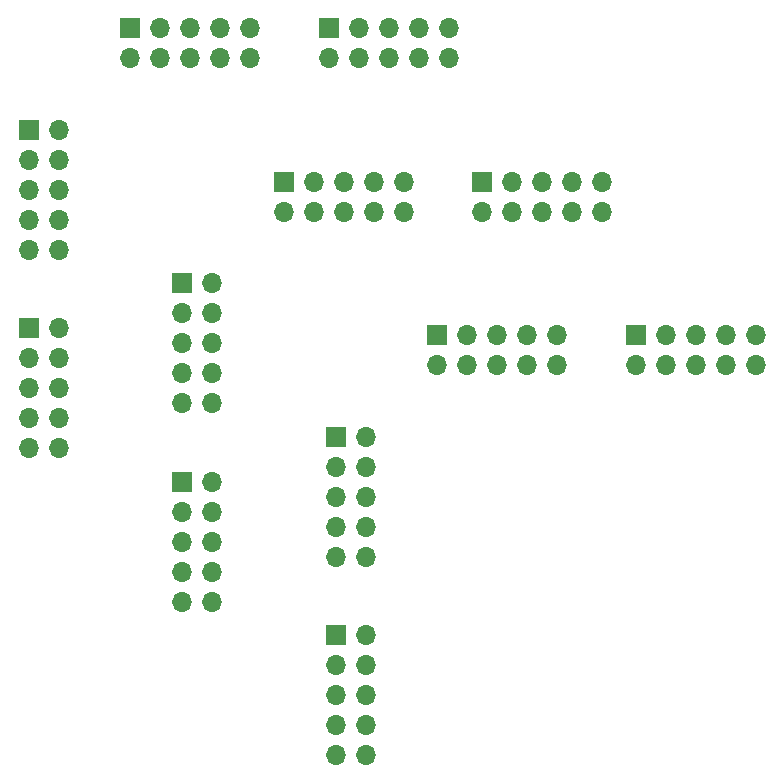
<source format=gtl>
%MOIN*%
%OFA0B0*%
%FSLAX46Y46*%
%IPPOS*%
%LPD*%
%ADD10R,0.066929133858267723X0.066929133858267723*%
%ADD11O,0.066929133858267723X0.066929133858267723*%
%ADD22R,0.066929133858267723X0.066929133858267723*%
%ADD23O,0.066929133858267723X0.066929133858267723*%
%ADD24R,0.066929133858267723X0.066929133858267723*%
%ADD25O,0.066929133858267723X0.066929133858267723*%
D10*
X0000236220Y0003700787D02*
X0000055118Y0003543307D03*
D11*
X0000155118Y0003543307D03*
X0000055118Y0003443307D03*
X0000155118Y0003443307D03*
X0000055118Y0003343307D03*
X0000155118Y0003343307D03*
X0000055118Y0003243307D03*
X0000155118Y0003243307D03*
X0000055118Y0003143307D03*
X0000155118Y0003143307D03*
D10*
X0000393700Y0003881889D03*
D11*
X0000393700Y0003781889D03*
X0000493700Y0003881889D03*
X0000493700Y0003781889D03*
X0000593700Y0003881889D03*
X0000593700Y0003781889D03*
X0000693700Y0003881889D03*
X0000693700Y0003781889D03*
X0000793700Y0003881889D03*
X0000793700Y0003781889D03*
X0001455118Y0003781889D03*
X0001455118Y0003881889D03*
X0001355118Y0003781889D03*
X0001355118Y0003881889D03*
X0001255118Y0003781889D03*
X0001255118Y0003881889D03*
X0001155118Y0003781889D03*
X0001155118Y0003881889D03*
X0001055118Y0003781889D03*
D10*
X0001055118Y0003881889D03*
D11*
X0000155118Y0002481889D03*
X0000055118Y0002481889D03*
X0000155118Y0002581889D03*
X0000055118Y0002581889D03*
X0000155118Y0002681889D03*
X0000055118Y0002681889D03*
X0000155118Y0002781889D03*
X0000055118Y0002781889D03*
X0000155118Y0002881889D03*
D10*
X0000055118Y0002881889D03*
G04 next file*
G04 #@! TF.GenerationSoftware,KiCad,Pcbnew,(5.1.5)-3*
G04 #@! TF.CreationDate,2020-01-11T21:56:43-08:00*
G04 #@! TF.ProjectId,frame_corners,6672616d-655f-4636-9f72-6e6572732e6b,rev?*
G04 #@! TF.SameCoordinates,PXe8840980PYdf933800*
G04 #@! TF.FileFunction,Copper,L1,Top*
G04 #@! TF.FilePolarity,Positive*
G04 Gerber Fmt 4.6, Leading zero omitted, Abs format (unit mm)*
G04 Created by KiCad (PCBNEW (5.1.5)-3) date 2020-01-11 21:56:43*
G04 APERTURE LIST*
G04 APERTURE END LIST*
D22*
X0000748031Y0003188976D02*
X0000566929Y0003031496D03*
D23*
X0000666929Y0003031496D03*
X0000566929Y0002931496D03*
X0000666929Y0002931496D03*
X0000566929Y0002831496D03*
X0000666929Y0002831496D03*
X0000566929Y0002731496D03*
X0000666929Y0002731496D03*
X0000566929Y0002631496D03*
X0000666929Y0002631496D03*
D22*
X0000905511Y0003370078D03*
D23*
X0000905511Y0003270078D03*
X0001005511Y0003370078D03*
X0001005511Y0003270078D03*
X0001105511Y0003370078D03*
X0001105511Y0003270078D03*
X0001205511Y0003370078D03*
X0001205511Y0003270078D03*
X0001305511Y0003370078D03*
X0001305511Y0003270078D03*
X0001966929Y0003270078D03*
X0001966929Y0003370078D03*
X0001866929Y0003270078D03*
X0001866929Y0003370078D03*
X0001766929Y0003270078D03*
X0001766929Y0003370078D03*
X0001666929Y0003270078D03*
X0001666929Y0003370078D03*
X0001566929Y0003270078D03*
D22*
X0001566929Y0003370078D03*
D23*
X0000666929Y0001970078D03*
X0000566929Y0001970078D03*
X0000666929Y0002070078D03*
X0000566929Y0002070078D03*
X0000666929Y0002170078D03*
X0000566929Y0002170078D03*
X0000666929Y0002270078D03*
X0000566929Y0002270078D03*
X0000666929Y0002370078D03*
D22*
X0000566929Y0002370078D03*
G04 next file*
G04 #@! TF.GenerationSoftware,KiCad,Pcbnew,(5.1.5)-3*
G04 #@! TF.CreationDate,2020-01-11T21:56:43-08:00*
G04 #@! TF.ProjectId,frame_corners,6672616d-655f-4636-9f72-6e6572732e6b,rev?*
G04 #@! TF.SameCoordinates,PXe8840980PYdf933800*
G04 #@! TF.FileFunction,Copper,L1,Top*
G04 #@! TF.FilePolarity,Positive*
G04 Gerber Fmt 4.6, Leading zero omitted, Abs format (unit mm)*
G04 Created by KiCad (PCBNEW (5.1.5)-3) date 2020-01-11 21:56:43*
G04 APERTURE LIST*
G04 APERTURE END LIST*
D24*
X0001259842Y0002677165D02*
X0001078740Y0002519685D03*
D25*
X0001178740Y0002519685D03*
X0001078740Y0002419685D03*
X0001178740Y0002419685D03*
X0001078740Y0002319685D03*
X0001178740Y0002319685D03*
X0001078740Y0002219685D03*
X0001178740Y0002219685D03*
X0001078740Y0002119685D03*
X0001178740Y0002119685D03*
D24*
X0001417322Y0002858267D03*
D25*
X0001417322Y0002758267D03*
X0001517322Y0002858267D03*
X0001517322Y0002758267D03*
X0001617322Y0002858267D03*
X0001617322Y0002758267D03*
X0001717322Y0002858267D03*
X0001717322Y0002758267D03*
X0001817322Y0002858267D03*
X0001817322Y0002758267D03*
X0002478740Y0002758267D03*
X0002478740Y0002858267D03*
X0002378740Y0002758267D03*
X0002378740Y0002858267D03*
X0002278740Y0002758267D03*
X0002278740Y0002858267D03*
X0002178740Y0002758267D03*
X0002178740Y0002858267D03*
X0002078740Y0002758267D03*
D24*
X0002078740Y0002858267D03*
D25*
X0001178740Y0001458267D03*
X0001078740Y0001458267D03*
X0001178740Y0001558267D03*
X0001078740Y0001558267D03*
X0001178740Y0001658267D03*
X0001078740Y0001658267D03*
X0001178740Y0001758267D03*
X0001078740Y0001758267D03*
X0001178740Y0001858267D03*
D24*
X0001078740Y0001858267D03*
M02*
</source>
